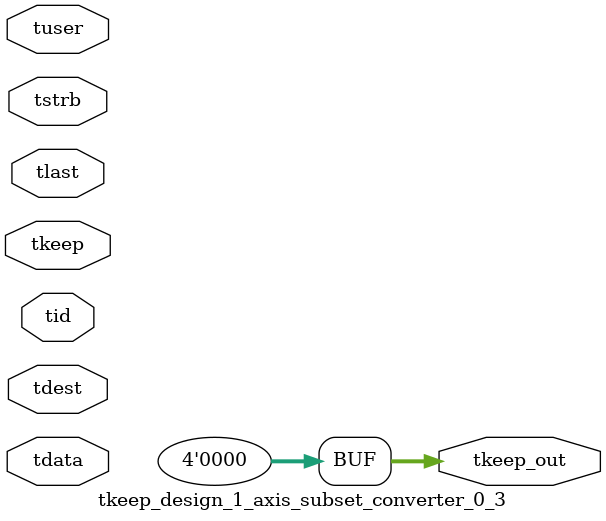
<source format=v>


`timescale 1ps/1ps

module tkeep_design_1_axis_subset_converter_0_3 #
(
parameter C_S_AXIS_TDATA_WIDTH = 32,
parameter C_S_AXIS_TUSER_WIDTH = 0,
parameter C_S_AXIS_TID_WIDTH   = 0,
parameter C_S_AXIS_TDEST_WIDTH = 0,
parameter C_M_AXIS_TDATA_WIDTH = 32
)
(
input  [(C_S_AXIS_TDATA_WIDTH == 0 ? 1 : C_S_AXIS_TDATA_WIDTH)-1:0     ] tdata,
input  [(C_S_AXIS_TUSER_WIDTH == 0 ? 1 : C_S_AXIS_TUSER_WIDTH)-1:0     ] tuser,
input  [(C_S_AXIS_TID_WIDTH   == 0 ? 1 : C_S_AXIS_TID_WIDTH)-1:0       ] tid,
input  [(C_S_AXIS_TDEST_WIDTH == 0 ? 1 : C_S_AXIS_TDEST_WIDTH)-1:0     ] tdest,
input  [(C_S_AXIS_TDATA_WIDTH/8)-1:0 ] tkeep,
input  [(C_S_AXIS_TDATA_WIDTH/8)-1:0 ] tstrb,
input                                                                    tlast,
output [(C_M_AXIS_TDATA_WIDTH/8)-1:0 ] tkeep_out
);

assign tkeep_out = {1'b0};

endmodule


</source>
